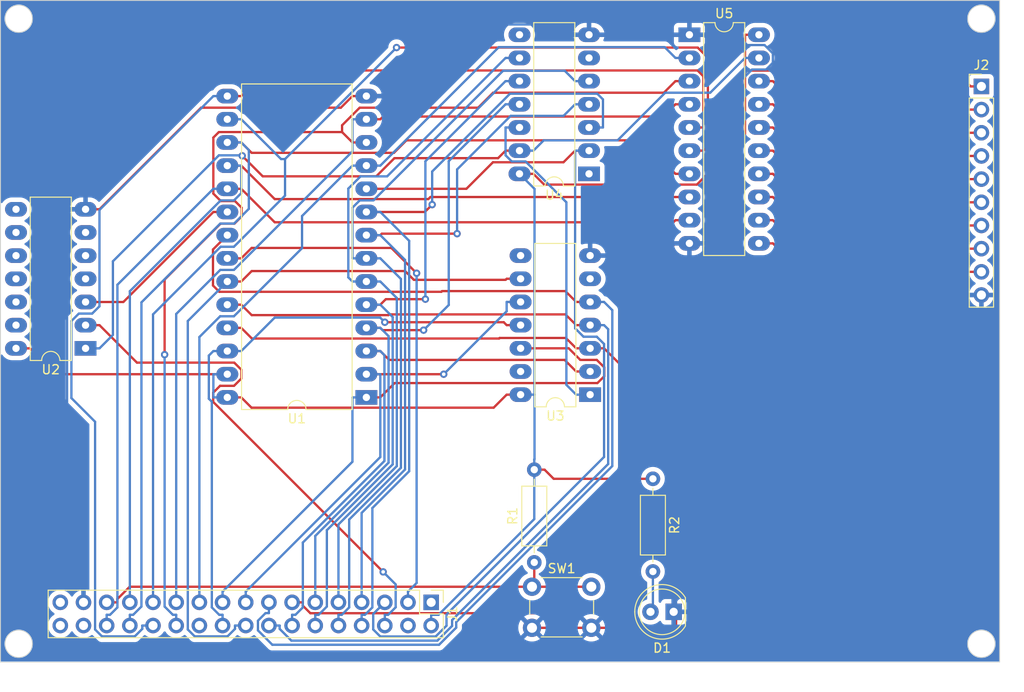
<source format=kicad_pcb>
(kicad_pcb (version 20221018) (generator pcbnew)
  (layers (0 "F.Cu" signal) (31 "B.Cu" signal) (34 "B.Paste" user) (35 "F.Paste" user) (36 "B.SilkS" user "B.Silkscreen") (37 "F.SilkS" user "F.Silkscreen") (38 "B.Mask" user) (39 "F.Mask" user) (44 "Edge.Cuts" user))
  (net 0 "")
  (net 2 "Net-(J1-Pin_2)")
  (net 3 "Net-(J1-Pin_3)")
  (net 5 "Net-(J1-Pin_5)")
  (net 6 "Net-(J1-Pin_6)")
  (net 7 "Net-(J1-Pin_7)")
  (net 8 "Net-(J1-Pin_8)")
  (net 9 "Net-(J1-Pin_9)")
  (net 10 "Net-(J1-Pin_10)")
  (net 11 "Net-(J1-Pin_11)")
  (net 12 "Net-(J1-Pin_12)")
  (net 13 "Net-(J1-Pin_13)")
  (net 14 "Net-(J1-Pin_14)")
  (net 15 "Net-(J1-Pin_15)")
  (net 16 "Net-(J1-Pin_16)")
  (net 17 "Net-(J1-Pin_17)")
  (net 18 "Net-(J1-Pin_18)")
  (net 19 "Net-(J1-Pin_19)")
  (net 20 "Net-(J1-Pin_20)")
  (net 21 "Net-(J1-Pin_21)")
  (net 23 "Net-(J1-Pin_23)")
  (net 24 "Net-(J1-Pin_24)")
  (net 25 "Net-(J1-Pin_25)")
  (net 26 "Net-(J1-Pin_26)")
  (net 27 "Net-(J1-Pin_27)")
  (net 28 "Net-(J1-Pin_28)")
  (net 29 "Net-(J1-Pin_30)")
  (net 33 "Net-(J2-Pin_2)")
  (net 34 "Net-(J2-Pin_3)")
  (net 35 "Net-(J2-Pin_4)")
  (net 36 "Net-(J2-Pin_5)")
  (net 37 "Net-(J2-Pin_6)")
  (net 38 "Net-(J2-Pin_7)")
  (net 39 "Net-(J2-Pin_8)")
  (net 40 "Net-(J2-Pin_9)")
  (net 41 "Net-(U1-{slash}CE)")
  (net 42 "Net-(U4-J)")
  (net 52 "Net-(U3-K)")
  (net 55 "Net-(D1-A)")
  (net 56 "Net-(J1-Pin_29)")
  (net 57 "GND")
  (footprint "Package_DIP:DIP-14_W7.62mm_LongPads" (layer "F.Cu") (at 179.12 118.7 180)
    (fp_text reference "U3")
    (fp_text value "4068")
  )
  (footprint "Connector_PinHeader_2.54mm:PinHeader_2x17_P2.54mm_Vertical" (layer "F.Cu") (at 161.7 141.46 -90)
    (fp_text reference "J1")
    (fp_text value "Conn_02x17_Odd_Even")
  )
  (footprint "Resistor_THT:R_Axial_DIN0207_L6.3mm_D2.5mm_P10.16mm_Horizontal" (layer "F.Cu") (at 186 127.92 -90)
    (fp_text reference "R2")
    (fp_text value "R")
  )
  (footprint "Resistor_THT:R_Axial_DIN0207_L6.3mm_D2.5mm_P10.16mm_Horizontal" (layer "F.Cu") (at 173 137.08 90)
    (fp_text reference "R1")
    (fp_text value "R")
  )
  (footprint "LED_THT:LED_D5.0mm" (layer "F.Cu") (at 188.275 142.5 180)
    (fp_text reference "D1")
    (fp_text value "LED")
  )
  (footprint "Package_DIP:DIP-14_W7.62mm_LongPads" (layer "F.Cu") (at 179 94.5 180)
    (fp_text reference "U4")
    (fp_text value "4068")
  )
  (footprint "Package_DIP:DIP-28_W15.24mm_LongPads" (layer "F.Cu") (at 154.6 119 180)
    (fp_text reference "U1")
    (fp_text value "~")
  )
  (footprint "Package_DIP:DIP-20_W7.62mm_LongPads" (layer "F.Cu") (at 190 79.26)
    (fp_text reference "U5")
    (fp_text value "74LS245")
  )
  (footprint "Package_DIP:DIP-14_W7.62mm_LongPads" (layer "F.Cu") (at 123.825 113.625 180)
    (fp_text reference "U2")
    (fp_text value "74HC00")
  )
  (footprint "Button_Switch_THT:SW_PUSH_6mm" (layer "F.Cu") (at 172.75 139.75)
    (fp_text reference "SW1")
    (fp_text value "SW_Push")
  )
  (footprint "Connector_PinHeader_2.54mm:PinHeader_1x10_P2.54mm_Vertical" (layer "F.Cu") (at 222 84.92)
    (fp_text reference "J2")
    (fp_text value "Conn_01x10")
  )
  (gr_circle (center 116.5 146) (end 116.5 147.5) (stroke (width 0.1)) (fill none) (layer "Edge.Cuts"))
  (gr_circle (center 222 77.5) (end 223.5 77.5) (stroke (width 0.1)) (fill none) (layer "Edge.Cuts"))
  (gr_rect (start 114.5 75.5) (end 224 148) (stroke (width 0.1)) (fill none) (layer "Edge.Cuts"))
  (gr_circle (center 116.5 77.5) (end 116.5 79) (stroke (width 0.1)) (fill none) (layer "Edge.Cuts"))
  (gr_circle (center 222 146) (end 222 147.5) (stroke (width 0.1)) (fill none) (layer "Edge.Cuts"))
  (segment (start 175.1269 127.92) (end 186 127.92) (width 0.25) (layer "F.Cu") (net 2))
  (segment (start 219.0887 83.1856) (end 220.8231 84.92) (width 0.25) (layer "F.Cu") (net 2))
  (segment (start 174.1269 126.92) (end 175.1269 127.92) (width 0.25) (layer "F.Cu") (net 2))
  (segment (start 116.205 113.625) (end 117.7319 113.625) (width 0.25) (layer "F.Cu") (net 2))
  (segment (start 172.9069 94.5) (end 174.0863 95.6794) (width 0.25) (layer "F.Cu") (net 2))
  (segment (start 190.8178 95.6794) (end 196.0931 90.4041) (width 0.25) (layer "F.Cu") (net 2))
  (segment (start 139.36 119) (end 140.8869 119) (width 0.25) (layer "F.Cu") (net 2))
  (segment (start 171.5 118.7) (end 169.9731 118.7) (width 0.25) (layer "F.Cu") (net 2))
  (segment (start 196.0931 90.4041) (end 196.0931 83.1856) (width 0.25) (layer "F.Cu") (net 2))
  (segment (start 222 84.92) (end 220.8231 84.92) (width 0.25) (layer "F.Cu") (net 2))
  (segment (start 142.0138 120.1269) (end 140.8869 119) (width 0.25) (layer "F.Cu") (net 2))
  (segment (start 171.38 94.5) (end 172.9069 94.5) (width 0.25) (layer "F.Cu") (net 2))
  (segment (start 168.5462 120.1269) (end 142.0138 120.1269) (width 0.25) (layer "F.Cu") (net 2))
  (segment (start 169.9731 118.7) (end 168.5462 120.1269) (width 0.25) (layer "F.Cu") (net 2))
  (segment (start 197.62 79.26) (end 196.0931 79.26) (width 0.25) (layer "F.Cu") (net 2))
  (segment (start 173 126.92) (end 174.1269 126.92) (width 0.25) (layer "F.Cu") (net 2))
  (segment (start 139.36 116.46) (end 120.5669 116.46) (width 0.25) (layer "F.Cu") (net 2))
  (segment (start 196.0931 83.1856) (end 196.0931 79.26) (width 0.25) (layer "F.Cu") (net 2))
  (segment (start 120.5669 116.46) (end 117.7319 113.625) (width 0.25) (layer "F.Cu") (net 2))
  (segment (start 174.0863 95.6794) (end 190.8178 95.6794) (width 0.25) (layer "F.Cu") (net 2))
  (segment (start 196.0931 83.1856) (end 219.0887 83.1856) (width 0.25) (layer "F.Cu") (net 2))
  (segment (start 139.36 116.46) (end 137.8331 116.46) (width 0.25) (layer "B.Cu") (net 2))
  (segment (start 173.0269 125.7662) (end 173.0269 118.7) (width 0.25) (layer "B.Cu") (net 2))
  (segment (start 139.36 119) (end 137.8331 119) (width 0.25) (layer "B.Cu") (net 2))
  (segment (start 137.8331 119) (end 137.8331 116.46) (width 0.25) (layer "B.Cu") (net 2))
  (segment (start 161.7 144) (end 161.7 142.8231) (width 0.25) (layer "B.Cu") (net 2))
  (segment (start 171.38 94.5) (end 173.0269 96.1469) (width 0.25) (layer "B.Cu") (net 2))
  (segment (start 173 126.92) (end 173 125.7931) (width 0.25) (layer "B.Cu") (net 2))
  (segment (start 173 132.3322) (end 173 126.92) (width 0.25) (layer "B.Cu") (net 2))
  (segment (start 173 125.7931) (end 173.0269 125.7662) (width 0.25) (layer "B.Cu") (net 2))
  (segment (start 171.5 118.7) (end 173.0269 118.7) (width 0.25) (layer "B.Cu") (net 2))
  (segment (start 162.5091 142.8231) (end 173 132.3322) (width 0.25) (layer "B.Cu") (net 2))
  (segment (start 173.0269 96.1469) (end 173.0269 118.7) (width 0.25) (layer "B.Cu") (net 2))
  (segment (start 161.7 142.8231) (end 162.5091 142.8231) (width 0.25) (layer "B.Cu") (net 2))
  (segment (start 157.3352 102.6207) (end 160.1057 105.3912) (width 0.25) (layer "F.Cu") (net 3))
  (segment (start 139.36 103.76) (end 140.8869 103.76) (width 0.25) (layer "F.Cu") (net 3))
  (segment (start 140.8869 103.76) (end 142.0262 102.6207) (width 0.25) (layer "F.Cu") (net 3))
  (segment (start 142.0262 102.6207) (end 157.3352 102.6207) (width 0.25) (layer "F.Cu") (net 3))
  (via (at 160.1057 105.3912) (size 0.8) (drill 0.4) (layers "F.Cu" "B.Cu") (net 3))
  (segment (start 160.1057 139.3374) (end 159.16 140.2831) (width 0.25) (layer "B.Cu") (net 3))
  (segment (start 160.1057 105.3912) (end 160.1057 139.3374) (width 0.25) (layer "B.Cu") (net 3))
  (segment (start 159.16 141.46) (end 159.16 140.2831) (width 0.25) (layer "B.Cu") (net 3))
  (segment (start 165.5608 96.14) (end 168.4678 93.233) (width 0.25) (layer "F.Cu") (net 5))
  (segment (start 176.2001 93.233) (end 177.4731 91.96) (width 0.25) (layer "F.Cu") (net 5))
  (segment (start 154.6 96.14) (end 165.5608 96.14) (width 0.25) (layer "F.Cu") (net 5))
  (segment (start 168.4678 93.233) (end 176.2001 93.233) (width 0.25) (layer "F.Cu") (net 5))
  (segment (start 179 91.96) (end 177.4731 91.96) (width 0.25) (layer "F.Cu") (net 5))
  (segment (start 163.3827 142.79) (end 180.6469 125.5258) (width 0.25) (layer "B.Cu") (net 5))
  (segment (start 156.62 141.46) (end 155.35 142.73) (width 0.25) (layer "B.Cu") (net 5))
  (segment (start 155.35 144.4304) (end 156.1228 145.2032) (width 0.25) (layer "B.Cu") (net 5))
  (segment (start 179.8504 112.35) (end 178.3955 112.35) (width 0.25) (layer "B.Cu") (net 5))
  (segment (start 179 91.96) (end 177.4731 91.96) (width 0.25) (layer "B.Cu") (net 5))
  (segment (start 156.1228 145.2032) (end 162.1936 145.2032) (width 0.25) (layer "B.Cu") (net 5))
  (segment (start 180.6469 113.1465) (end 179.8504 112.35) (width 0.25) (layer "B.Cu") (net 5))
  (segment (start 178.3955 112.35) (end 177.4731 111.4276) (width 0.25) (layer "B.Cu") (net 5))
  (segment (start 177.4731 111.4276) (end 177.4731 91.96) (width 0.25) (layer "B.Cu") (net 5))
  (segment (start 155.35 142.73) (end 155.35 144.4304) (width 0.25) (layer "B.Cu") (net 5))
  (segment (start 162.1936 145.2032) (end 163.3827 144.0141) (width 0.25) (layer "B.Cu") (net 5))
  (segment (start 163.3827 144.0141) (end 163.3827 142.79) (width 0.25) (layer "B.Cu") (net 5))
  (segment (start 180.6469 125.5258) (end 180.6469 113.1465) (width 0.25) (layer "B.Cu") (net 5))
  (segment (start 129.4569 115.19) (end 140.1217 115.19) (width 0.25) (layer "F.Cu") (net 6))
  (segment (start 125.3519 111.085) (end 129.4569 115.19) (width 0.25) (layer "F.Cu") (net 6))
  (segment (start 123.825 111.085) (end 125.3519 111.085) (width 0.25) (layer "F.Cu") (net 6))
  (segment (start 140.1217 115.19) (end 140.9022 115.9705) (width 0.25) (layer "F.Cu") (net 6))
  (segment (start 140.9022 115.9705) (end 140.9022 116.9282) (width 0.25) (layer "F.Cu") (net 6))
  (segment (start 137.814 119.4975) (end 156.4394 138.1229) (width 0.25) (layer "F.Cu") (net 6))
  (segment (start 140.9022 116.9282) (end 140.1004 117.73) (width 0.25) (layer "F.Cu") (net 6))
  (segment (start 138.567 117.73) (end 137.814 118.483) (width 0.25) (layer "F.Cu") (net 6))
  (segment (start 140.1004 117.73) (end 138.567 117.73) (width 0.25) (layer "F.Cu") (net 6))
  (segment (start 137.814 118.483) (end 137.814 119.4975) (width 0.25) (layer "F.Cu") (net 6))
  (via (at 156.4394 138.1229) (size 0.8) (drill 0.4) (layers "F.Cu" "B.Cu") (net 6))
  (segment (start 156.62 142.8231) (end 156.9878 142.8231) (width 0.25) (layer "B.Cu") (net 6))
  (segment (start 157.8106 139.4941) (end 156.4394 138.1229) (width 0.25) (layer "B.Cu") (net 6))
  (segment (start 156.62 144) (end 156.62 142.8231) (width 0.25) (layer "B.Cu") (net 6))
  (segment (start 156.9878 142.8231) (end 157.8106 142.0003) (width 0.25) (layer "B.Cu") (net 6))
  (segment (start 157.8106 142.0003) (end 157.8106 139.4941) (width 0.25) (layer "B.Cu") (net 6))
  (segment (start 156.2894 101.0575) (end 156.1269 101.22) (width 0.25) (layer "F.Cu") (net 7))
  (segment (start 164.5422 101.0575) (end 156.2894 101.0575) (width 0.25) (layer "F.Cu") (net 7))
  (segment (start 154.6 101.22) (end 156.1269 101.22) (width 0.25) (layer "F.Cu") (net 7))
  (via (at 164.5422 101.0575) (size 0.8) (drill 0.4) (layers "F.Cu" "B.Cu") (net 7))
  (segment (start 177.4731 86.88) (end 176.2031 88.15) (width 0.25) (layer "B.Cu") (net 7))
  (segment (start 155.0335 101.22) (end 154.6 101.22) (width 0.25) (layer "B.Cu") (net 7))
  (segment (start 154.08 141.46) (end 154.08 140.2831) (width 0.25) (layer "B.Cu") (net 7))
  (segment (start 164.5422 94.0164) (end 164.5422 101.0575) (width 0.25) (layer "B.Cu") (net 7))
  (segment (start 170.4086 88.15) (end 164.5422 94.0164) (width 0.25) (layer "B.Cu") (net 7))
  (segment (start 154.08 131.6593) (end 154.08 140.2831) (width 0.25) (layer "B.Cu") (net 7))
  (segment (start 158.8386 103.9317) (end 158.8386 126.9007) (width 0.25) (layer "B.Cu") (net 7))
  (segment (start 155.0335 101.22) (end 156.1269 101.22) (width 0.25) (layer "B.Cu") (net 7))
  (segment (start 176.2031 88.15) (end 170.4086 88.15) (width 0.25) (layer "B.Cu") (net 7))
  (segment (start 156.1269 101.22) (end 158.8386 103.9317) (width 0.25) (layer "B.Cu") (net 7))
  (segment (start 179 86.88) (end 177.4731 86.88) (width 0.25) (layer "B.Cu") (net 7))
  (segment (start 158.8386 126.9007) (end 154.08 131.6593) (width 0.25) (layer "B.Cu") (net 7))
  (segment (start 161.0043 98.68) (end 161.81 97.8743) (width 0.25) (layer "F.Cu") (net 8))
  (segment (start 154.6 98.68) (end 161.0043 98.68) (width 0.25) (layer "F.Cu") (net 8))
  (via (at 161.81 97.8743) (size 0.8) (drill 0.4) (layers "F.Cu" "B.Cu") (net 8))
  (segment (start 159.2905 101.8436) (end 159.2905 127.0901) (width 0.25) (layer "B.Cu") (net 8))
  (segment (start 180.5269 86.344) (end 180.5269 89.42) (width 0.25) (layer "B.Cu") (net 8))
  (segment (start 170.3387 85.7185) (end 179.9014 85.7185) (width 0.25) (layer "B.Cu") (net 8))
  (segment (start 179 89.42) (end 180.5269 89.42) (width 0.25) (layer "B.Cu") (net 8))
  (segment (start 159.2905 127.0901) (end 155.2569 131.1237) (width 0.25) (layer "B.Cu") (net 8))
  (segment (start 154.4479 142.8231) (end 154.08 142.8231) (width 0.25) (layer "B.Cu") (net 8))
  (segment (start 154.08 144) (end 154.08 142.8231) (width 0.25) (layer "B.Cu") (net 8))
  (segment (start 161.81 94.2472) (end 170.3387 85.7185) (width 0.25) (layer "B.Cu") (net 8))
  (segment (start 179.9014 85.7185) (end 180.5269 86.344) (width 0.25) (layer "B.Cu") (net 8))
  (segment (start 155.2569 131.1237) (end 155.2569 142.0141) (width 0.25) (layer "B.Cu") (net 8))
  (segment (start 154.6 98.68) (end 156.1269 98.68) (width 0.25) (layer "B.Cu") (net 8))
  (segment (start 156.1269 98.68) (end 159.2905 101.8436) (width 0.25) (layer "B.Cu") (net 8))
  (segment (start 161.81 97.8743) (end 161.81 94.2472) (width 0.25) (layer "B.Cu") (net 8))
  (segment (start 155.2569 142.0141) (end 154.4479 142.8231) (width 0.25) (layer "B.Cu") (net 8))
  (segment (start 153.9645 94.7767) (end 156.8764 94.7767) (width 0.25) (layer "B.Cu") (net 9))
  (segment (start 157.9348 126.5263) (end 151.54 132.9211) (width 0.25) (layer "B.Cu") (net 9))
  (segment (start 154.6 106.3) (end 156.1269 106.3) (width 0.25) (layer "B.Cu") (net 9))
  (segment (start 154.6 106.3) (end 153.0731 106.3) (width 0.25) (layer "B.Cu") (net 9))
  (segment (start 156.1269 106.3) (end 157.9348 108.1079) (width 0.25) (layer "B.Cu") (net 9))
  (segment (start 157.9348 108.1079) (end 157.9348 126.5263) (width 0.25) (layer "B.Cu") (net 9))
  (segment (start 171.38 81.8) (end 169.8531 81.8) (width 0.25) (layer "B.Cu") (net 9))
  (segment (start 156.8764 94.7767) (end 169.8531 81.8) (width 0.25) (layer "B.Cu") (net 9))
  (segment (start 153.0731 106.3) (end 152.6212 105.8481) (width 0.25) (layer "B.Cu") (net 9))
  (segment (start 151.54 132.9211) (end 151.54 141.46) (width 0.25) (layer "B.Cu") (net 9))
  (segment (start 152.6212 105.8481) (end 152.6212 96.12) (width 0.25) (layer "B.Cu") (net 9))
  (segment (start 152.6212 96.12) (end 153.9645 94.7767) (width 0.25) (layer "B.Cu") (net 9))
  (segment (start 176.3365 83.2034) (end 169.5805 83.2034) (width 0.25) (layer "B.Cu") (net 10))
  (segment (start 154.6 103.76) (end 156.1269 103.76) (width 0.25) (layer "B.Cu") (net 10))
  (segment (start 154.6 103.76) (end 153.0731 103.76) (width 0.25) (layer "B.Cu") (net 10))
  (segment (start 158.3867 106.0198) (end 158.3867 126.7135) (width 0.25) (layer "B.Cu") (net 10))
  (segment (start 151.9079 142.8231) (end 151.54 142.8231) (width 0.25) (layer "B.Cu") (net 10))
  (segment (start 153.0731 98.2065) (end 153.0731 103.76) (width 0.25) (layer "B.Cu") (net 10))
  (segment (start 155.3739 97.41) (end 153.8696 97.41) (width 0.25) (layer "B.Cu") (net 10))
  (segment (start 179 84.34) (end 177.4731 84.34) (width 0.25) (layer "B.Cu") (net 10))
  (segment (start 152.7169 132.3833) (end 152.7169 142.0141) (width 0.25) (layer "B.Cu") (net 10))
  (segment (start 156.1269 103.76) (end 158.3867 106.0198) (width 0.25) (layer "B.Cu") (net 10))
  (segment (start 158.3867 126.7135) (end 152.7169 132.3833) (width 0.25) (layer "B.Cu") (net 10))
  (segment (start 152.7169 142.0141) (end 151.9079 142.8231) (width 0.25) (layer "B.Cu") (net 10))
  (segment (start 169.5805 83.2034) (end 155.3739 97.41) (width 0.25) (layer "B.Cu") (net 10))
  (segment (start 153.8696 97.41) (end 153.0731 98.2065) (width 0.25) (layer "B.Cu") (net 10))
  (segment (start 177.4731 84.34) (end 176.3365 83.2034) (width 0.25) (layer "B.Cu") (net 10))
  (segment (start 151.54 144) (end 151.54 142.8231) (width 0.25) (layer "B.Cu") (net 10))
  (segment (start 156.3761 111.6292) (end 160.8721 111.6292) (width 0.25) (layer "F.Cu") (net 11))
  (segment (start 154.6 111.38) (end 156.1269 111.38) (width 0.25) (layer "F.Cu") (net 11))
  (segment (start 156.1269 111.38) (end 156.3761 111.6292) (width 0.25) (layer "F.Cu") (net 11))
  (via (at 160.8721 111.6292) (size 0.8) (drill 0.4) (layers "F.Cu" "B.Cu") (net 11))
  (segment (start 157.031 126.1519) (end 149 134.1829) (width 0.25) (layer "B.Cu") (net 11))
  (segment (start 163.6266 93.1065) (end 163.6266 108.8747) (width 0.25) (layer "B.Cu") (net 11))
  (segment (start 171.38 86.88) (end 169.8531 86.88) (width 0.25) (layer "B.Cu") (net 11))
  (segment (start 169.8531 86.88) (end 163.6266 93.1065) (width 0.25) (layer "B.Cu") (net 11))
  (segment (start 156.1269 111.38) (end 157.031 112.2841) (width 0.25) (layer "B.Cu") (net 11))
  (segment (start 149 134.1829) (end 149 141.46) (width 0.25) (layer "B.Cu") (net 11))
  (segment (start 154.6 111.38) (end 156.1269 111.38) (width 0.25) (layer "B.Cu") (net 11))
  (segment (start 157.031 112.2841) (end 157.031 126.1519) (width 0.25) (layer "B.Cu") (net 11))
  (segment (start 163.6266 108.8747) (end 160.8721 111.6292) (width 0.25) (layer "B.Cu") (net 11))
  (segment (start 154.6 108.84) (end 156.1269 108.84) (width 0.25) (layer "F.Cu") (net 12))
  (segment (start 156.1269 108.84) (end 156.7297 108.2372) (width 0.25) (layer "F.Cu") (net 12))
  (segment (start 156.7297 108.2372) (end 161.0677 108.2372) (width 0.25) (layer "F.Cu") (net 12))
  (via (at 161.0677 108.2372) (size 0.8) (drill 0.4) (layers "F.Cu" "B.Cu") (net 12))
  (segment (start 157.4829 126.3391) (end 150.27 133.552) (width 0.25) (layer "B.Cu") (net 12))
  (segment (start 171.38 84.34) (end 169.8531 84.34) (width 0.25) (layer "B.Cu") (net 12))
  (segment (start 157.4829 110.196) (end 157.4829 126.3391) (width 0.25) (layer "B.Cu") (net 12))
  (segment (start 150.27 141.9189) (end 149.3658 142.8231) (width 0.25) (layer "B.Cu") (net 12))
  (segment (start 154.6 108.84) (end 156.1269 108.84) (width 0.25) (layer "B.Cu") (net 12))
  (segment (start 149 144) (end 149 142.8231) (width 0.25) (layer "B.Cu") (net 12))
  (segment (start 149.3658 142.8231) (end 149 142.8231) (width 0.25) (layer "B.Cu") (net 12))
  (segment (start 150.27 133.552) (end 150.27 141.9189) (width 0.25) (layer "B.Cu") (net 12))
  (segment (start 169.8531 84.34) (end 161.0677 93.1254) (width 0.25) (layer "B.Cu") (net 12))
  (segment (start 161.0677 93.1254) (end 161.0677 108.2372) (width 0.25) (layer "B.Cu") (net 12))
  (segment (start 156.1269 108.84) (end 157.4829 110.196) (width 0.25) (layer "B.Cu") (net 12))
  (segment (start 178.8494 142.6506) (end 190.1395 131.3605) (width 0.25) (layer "F.Cu") (net 13))
  (segment (start 139.36 111.38) (end 140.8869 111.38) (width 0.25) (layer "F.Cu") (net 13))
  (segment (start 142.0553 112.5484) (end 140.8869 111.38) (width 0.25) (layer "F.Cu") (net 13))
  (segment (start 146.46 141.46) (end 147.6369 141.46) (width 0.25) (layer "F.Cu") (net 13))
  (segment (start 176.4593 112.4862) (end 169.2038 112.4862) (width 0.25) (layer "F.Cu") (net 13))
  (segment (start 147.6369 141.8278) (end 148.4597 142.6506) (width 0.25) (layer "F.Cu") (net 13))
  (segment (start 179.12 113.62) (end 177.5931 113.62) (width 0.25) (layer "F.Cu") (net 13))
  (segment (start 177.5931 113.62) (end 176.4593 112.4862) (width 0.25) (layer "F.Cu") (net 13))
  (segment (start 169.1416 112.5484) (end 142.0553 112.5484) (width 0.25) (layer "F.Cu") (net 13))
  (segment (start 148.4597 142.6506) (end 178.8494 142.6506) (width 0.25) (layer "F.Cu") (net 13))
  (segment (start 180.6469 113.62) (end 179.12 113.62) (width 0.25) (layer "F.Cu") (net 13))
  (segment (start 147.6369 141.46) (end 147.6369 141.8278) (width 0.25) (layer "F.Cu") (net 13))
  (segment (start 190.1395 131.3605) (end 190.1395 123.1126) (width 0.25) (layer "F.Cu") (net 13))
  (segment (start 190.1395 123.1126) (end 180.6469 113.62) (width 0.25) (layer "F.Cu") (net 13))
  (segment (start 169.2038 112.4862) (end 169.1416 112.5484) (width 0.25) (layer "F.Cu") (net 13))
  (segment (start 156.1269 113.92) (end 157.0999 114.893) (width 0.25) (layer "F.Cu") (net 14))
  (segment (start 176.3261 114.893) (end 177.5931 116.16) (width 0.25) (layer "F.Cu") (net 14))
  (segment (start 179.12 116.16) (end 177.5931 116.16) (width 0.25) (layer "F.Cu") (net 14))
  (segment (start 154.6 113.92) (end 156.1269 113.92) (width 0.25) (layer "F.Cu") (net 14))
  (segment (start 157.0999 114.893) (end 176.3261 114.893) (width 0.25) (layer "F.Cu") (net 14))
  (segment (start 146.8279 142.8231) (end 146.46 142.8231) (width 0.25) (layer "B.Cu") (net 14))
  (segment (start 146.46 144) (end 146.46 142.8231) (width 0.25) (layer "B.Cu") (net 14))
  (segment (start 156.5791 125.9647) (end 147.6369 134.9069) (width 0.25) (layer "B.Cu") (net 14))
  (segment (start 147.6369 142.0141) (end 146.8279 142.8231) (width 0.25) (layer "B.Cu") (net 14))
  (segment (start 147.6369 134.9069) (end 147.6369 142.0141) (width 0.25) (layer "B.Cu") (net 14))
  (segment (start 156.5791 114.3722) (end 156.5791 125.9647) (width 0.25) (layer "B.Cu") (net 14))
  (segment (start 156.1269 113.92) (end 156.5791 114.3722) (width 0.25) (layer "B.Cu") (net 14))
  (segment (start 154.6 113.92) (end 156.1269 113.92) (width 0.25) (layer "B.Cu") (net 14))
  (segment (start 137.7906 106.737) (end 138.4805 107.4269) (width 0.25) (layer "F.Cu") (net 15))
  (segment (start 137.7906 102.7894) (end 137.7906 106.737) (width 0.25) (layer "F.Cu") (net 15))
  (segment (start 176.4016 107.3485) (end 177.5931 108.54) (width 0.25) (layer "F.Cu") (net 15))
  (segment (start 179.12 108.54) (end 177.5931 108.54) (width 0.25) (layer "F.Cu") (net 15))
  (segment (start 162.8178 107.4269) (end 162.8962 107.3485) (width 0.25) (layer "F.Cu") (net 15))
  (segment (start 139.36 101.22) (end 137.7906 102.7894) (width 0.25) (layer "F.Cu") (net 15))
  (segment (start 162.8962 107.3485) (end 176.4016 107.3485) (width 0.25) (layer "F.Cu") (net 15))
  (segment (start 138.4805 107.4269) (end 162.8178 107.4269) (width 0.25) (layer "F.Cu") (net 15))
  (segment (start 142.7182 144.5316) (end 144.2936 146.107) (width 0.25) (layer "B.Cu") (net 15))
  (segment (start 143.5522 142.6369) (end 142.7182 143.4709) (width 0.25) (layer "B.Cu") (net 15))
  (segment (start 164.4458 144.2292) (end 164.4458 143.6245) (width 0.25) (layer "B.Cu") (net 15))
  (segment (start 181.5507 126.5196) (end 181.5507 109.4438) (width 0.25) (layer "B.Cu") (net 15))
  (segment (start 143.92 141.46) (end 143.92 142.6369) (width 0.25) (layer "B.Cu") (net 15))
  (segment (start 181.5507 109.4438) (end 180.6469 108.54) (width 0.25) (layer "B.Cu") (net 15))
  (segment (start 164.4458 143.6245) (end 181.5507 126.5196) (width 0.25) (layer "B.Cu") (net 15))
  (segment (start 142.7182 143.4709) (end 142.7182 144.5316) (width 0.25) (layer "B.Cu") (net 15))
  (segment (start 179.12 108.54) (end 180.6469 108.54) (width 0.25) (layer "B.Cu") (net 15))
  (segment (start 162.568 146.107) (end 164.4458 144.2292) (width 0.25) (layer "B.Cu") (net 15))
  (segment (start 143.92 142.6369) (end 143.5522 142.6369) (width 0.25) (layer "B.Cu") (net 15))
  (segment (start 144.2936 146.107) (end 162.568 146.107) (width 0.25) (layer "B.Cu") (net 15))
  (segment (start 139.36 108.84) (end 140.8869 108.84) (width 0.25) (layer "F.Cu") (net 16))
  (segment (start 179.12 111.08) (end 177.5931 111.08) (width 0.25) (layer "F.Cu") (net 16))
  (segment (start 176.417 109.9039) (end 157.0982 109.9039) (width 0.25) (layer "F.Cu") (net 16))
  (segment (start 157.0982 109.9039) (end 157.019 109.9831) (width 0.25) (layer "F.Cu") (net 16))
  (segment (start 157.019 109.9831) (end 142.03 109.9831) (width 0.25) (layer "F.Cu") (net 16))
  (segment (start 177.5931 111.08) (end 176.417 109.9039) (width 0.25) (layer "F.Cu") (net 16))
  (segment (start 142.03 109.9831) (end 140.8869 108.84) (width 0.25) (layer "F.Cu") (net 16))
  (segment (start 163.9939 143.4029) (end 181.0988 126.298) (width 0.25) (layer "B.Cu") (net 16))
  (segment (start 179.12 111.08) (end 180.6469 111.08) (width 0.25) (layer "B.Cu") (net 16))
  (segment (start 145.0969 144) (end 145.0969 144.3678) (width 0.25) (layer "B.Cu") (net 16))
  (segment (start 163.9939 144.042) (end 163.9939 143.4029) (width 0.25) (layer "B.Cu") (net 16))
  (segment (start 145.0969 144.3678) (end 146.3842 145.6551) (width 0.25) (layer "B.Cu") (net 16))
  (segment (start 181.0988 111.5319) (end 180.6469 111.08) (width 0.25) (layer "B.Cu") (net 16))
  (segment (start 162.3808 145.6551) (end 163.9939 144.042) (width 0.25) (layer "B.Cu") (net 16))
  (segment (start 181.0988 126.298) (end 181.0988 111.5319) (width 0.25) (layer "B.Cu") (net 16))
  (segment (start 143.92 144) (end 145.0969 144) (width 0.25) (layer "B.Cu") (net 16))
  (segment (start 146.3842 145.6551) (end 162.3808 145.6551) (width 0.25) (layer "B.Cu") (net 16))
  (segment (start 154.6 116.46) (end 163.0753 116.46) (width 0.25) (layer "F.Cu") (net 17))
  (via (at 163.0753 116.46) (size 0.8) (drill 0.4) (layers "F.Cu" "B.Cu") (net 17))
  (segment (start 171.5 108.54) (end 169.9731 108.54) (width 0.25) (layer "B.Cu") (net 17))
  (segment (start 141.38 141.46) (end 141.38 140.2831) (width 0.25) (layer "B.Cu") (net 17))
  (segment (start 154.6 116.46) (end 156.1269 116.46) (width 0.25) (layer "B.Cu") (net 17))
  (segment (start 141.38 140.2831) (end 156.1269 125.5362) (width 0.25) (layer "B.Cu") (net 17))
  (segment (start 169.9731 109.5622) (end 163.0753 116.46) (width 0.25) (layer "B.Cu") (net 17))
  (segment (start 156.1269 125.5362) (end 156.1269 116.46) (width 0.25) (layer "B.Cu") (net 17))
  (segment (start 169.9731 108.54) (end 169.9731 109.5622) (width 0.25) (layer "B.Cu") (net 17))
  (segment (start 139.36 106.3) (end 140.8869 106.3) (width 0.25) (layer "F.Cu") (net 18))
  (segment (start 140.8869 106.3) (end 142.0341 105.1528) (width 0.25) (layer "F.Cu") (net 18))
  (segment (start 159.8047 106.1181) (end 169.855 106.1181) (width 0.25) (layer "F.Cu") (net 18))
  (segment (start 171.5 106) (end 169.9731 106) (width 0.25) (layer "F.Cu") (net 18))
  (segment (start 142.0341 105.1528) (end 158.8394 105.1528) (width 0.25) (layer "F.Cu") (net 18))
  (segment (start 158.8394 105.1528) (end 159.8047 106.1181) (width 0.25) (layer "F.Cu") (net 18))
  (segment (start 169.855 106.1181) (end 169.9731 106) (width 0.25) (layer "F.Cu") (net 18))
  (segment (start 140.2031 144) (end 140.2031 144.3678) (width 0.25) (layer "B.Cu") (net 18))
  (segment (start 139.381 145.1899) (end 135.7863 145.1899) (width 0.25) (layer "B.Cu") (net 18))
  (segment (start 135.03 144.4336) (end 135.03 110.63) (width 0.25) (layer "B.Cu") (net 18))
  (segment (start 135.03 110.63) (end 139.36 106.3) (width 0.25) (layer "B.Cu") (net 18))
  (segment (start 140.2031 144.3678) (end 139.381 145.1899) (width 0.25) (layer "B.Cu") (net 18))
  (segment (start 135.7863 145.1899) (end 135.03 144.4336) (width 0.25) (layer "B.Cu") (net 18))
  (segment (start 141.38 144) (end 140.2031 144) (width 0.25) (layer "B.Cu") (net 18))
  (segment (start 176.7735 113.62) (end 178.045 114.8915) (width 0.25) (layer "F.Cu") (net 19))
  (segment (start 180.6781 116.6707) (end 179.9188 117.43) (width 0.25) (layer "F.Cu") (net 19))
  (segment (start 179.9188 117.43) (end 157.6969 117.43) (width 0.25) (layer "F.Cu") (net 19))
  (segment (start 154.6 119) (end 156.1269 119) (width 0.25) (layer "F.Cu") (net 19))
  (segment (start 157.6969 117.43) (end 156.1269 119) (width 0.25) (layer "F.Cu") (net 19))
  (segment (start 178.045 114.8915) (end 179.8528 114.8915) (width 0.25) (layer "F.Cu") (net 19))
  (segment (start 171.5 113.62) (end 176.7735 113.62) (width 0.25) (layer "F.Cu") (net 19))
  (segment (start 179.8528 114.8915) (end 180.6781 115.7168) (width 0.25) (layer "F.Cu") (net 19))
  (segment (start 180.6781 115.7168) (end 180.6781 116.6707) (width 0.25) (layer "F.Cu") (net 19))
  (segment (start 138.84 141.46) (end 138.84 140.2831) (width 0.25) (layer "B.Cu") (net 19))
  (segment (start 154.6 119) (end 153.0731 119) (width 0.25) (layer "B.Cu") (net 19))
  (segment (start 138.84 140.2831) (end 153.0731 126.05) (width 0.25) (layer "B.Cu") (net 19))
  (segment (start 153.0731 126.05) (end 153.0731 119) (width 0.25) (layer "B.Cu") (net 19))
  (segment (start 169.9731 111.08) (end 169.6555 110.7624) (width 0.25) (layer "F.Cu") (net 20))
  (segment (start 169.6555 110.7624) (end 156.6209 110.7624) (width 0.25) (layer "F.Cu") (net 20))
  (segment (start 171.5 111.08) (end 169.9731 111.08) (width 0.25) (layer "F.Cu") (net 20))
  (via (at 156.6209 110.7624) (size 0.8) (drill 0.4) (layers "F.Cu" "B.Cu") (net 20))
  (segment (start 138.84 142.8231) (end 138.4721 142.8231) (width 0.25) (layer "B.Cu") (net 20))
  (segment (start 137.6631 142.0141) (end 137.6631 119.4691) (width 0.25) (layer "B.Cu") (net 20))
  (segment (start 138.84 144) (end 138.84 142.8231) (width 0.25) (layer "B.Cu") (net 20))
  (segment (start 139.36 113.92) (end 140.8869 113.92) (width 0.25) (layer "B.Cu") (net 20))
  (segment (start 156.1116 110.2531) (end 156.6209 110.7624) (width 0.25) (layer "B.Cu") (net 20))
  (segment (start 140.8869 113.92) (end 144.5538 110.2531) (width 0.25) (layer "B.Cu") (net 20))
  (segment (start 138.4721 142.8231) (end 137.6631 142.0141) (width 0.25) (layer "B.Cu") (net 20))
  (segment (start 137.3358 119.1418) (end 137.3358 114.4173) (width 0.25) (layer "B.Cu") (net 20))
  (segment (start 144.5538 110.2531) (end 156.1116 110.2531) (width 0.25) (layer "B.Cu") (net 20))
  (segment (start 137.3358 114.4173) (end 137.8331 113.92) (width 0.25) (layer "B.Cu") (net 20))
  (segment (start 137.6631 119.4691) (end 137.3358 119.1418) (width 0.25) (layer "B.Cu") (net 20))
  (segment (start 139.36 113.92) (end 137.8331 113.92) (width 0.25) (layer "B.Cu") (net 20))
  (segment (start 138.5734 110.11) (end 140.0843 110.11) (width 0.25) (layer "B.Cu") (net 21))
  (segment (start 190 81.8) (end 188.4731 81.8) (width 0.25) (layer "B.Cu") (net 21))
  (segment (start 140.0843 110.11) (end 147.5503 102.644) (width 0.25) (layer "B.Cu") (net 21))
  (segment (start 147.5503 102.644) (end 147.5503 99.1228) (width 0.25) (layer "B.Cu") (net 21))
  (segment (start 154.6 93.6) (end 156.1269 93.6) (width 0.25) (layer "B.Cu") (net 21))
  (segment (start 136.3 140.2831) (end 136.3 112.3834) (width 0.25) (layer "B.Cu") (net 21))
  (segment (start 169.1135 80.6134) (end 156.1269 93.6) (width 0.25) (layer "B.Cu") (net 21))
  (segment (start 154.6 93.6) (end 153.0731 93.6) (width 0.25) (layer "B.Cu") (net 21))
  (segment (start 187.2865 80.6134) (end 169.1135 80.6134) (width 0.25) (layer "B.Cu") (net 21))
  (segment (start 136.3 112.3834) (end 138.5734 110.11) (width 0.25) (layer "B.Cu") (net 21))
  (segment (start 136.3 141.46) (end 136.3 140.2831) (width 0.25) (layer "B.Cu") (net 21))
  (segment (start 188.4731 81.8) (end 187.2865 80.6134) (width 0.25) (layer "B.Cu") (net 21))
  (segment (start 147.5503 99.1228) (end 153.0731 93.6) (width 0.25) (layer "B.Cu") (net 21))
  (segment (start 154.6 88.52) (end 156.1269 88.52) (width 0.25) (layer "F.Cu") (net 23))
  (segment (start 156.1269 88.52) (end 156.4245 88.2224) (width 0.25) (layer "F.Cu") (net 23))
  (segment (start 190 86.88) (end 188.4731 86.88) (width 0.25) (layer "F.Cu") (net 23))
  (segment (start 187.1307 88.2224) (end 188.4731 86.88) (width 0.25) (layer "F.Cu") (net 23))
  (segment (start 156.4245 88.2224) (end 187.1307 88.2224) (width 0.25) (layer "F.Cu") (net 23))
  (segment (start 133.76 109.8575) (end 138.5875 105.03) (width 0.25) (layer "B.Cu") (net 23))
  (segment (start 154.6 88.52) (end 153.0731 88.52) (width 0.25) (layer "B.Cu") (net 23))
  (segment (start 133.76 141.46) (end 133.76 109.8575) (width 0.25) (layer "B.Cu") (net 23))
  (segment (start 140.0866 105.03) (end 153.0731 92.0435) (width 0.25) (layer "B.Cu") (net 23))
  (segment (start 138.5875 105.03) (end 140.0866 105.03) (width 0.25) (layer "B.Cu") (net 23))
  (segment (start 153.0731 92.0435) (end 153.0731 88.52) (width 0.25) (layer "B.Cu") (net 23))
  (segment (start 168.4898 85.61) (end 187.2031 85.61) (width 0.25) (layer "F.Cu") (net 24))
  (segment (start 187.2031 85.61) (end 188.4731 84.34) (width 0.25) (layer "F.Cu") (net 24))
  (segment (start 151.9366 89.9235) (end 153.0731 91.06) (width 0.25) (layer "F.Cu") (net 24))
  (segment (start 153.8651 87.2515) (end 166.8483 87.2515) (width 0.25) (layer "F.Cu") (net 24))
  (segment (start 140.2011 97.4839) (end 138.6481 97.4839) (width 0.25) (layer "F.Cu") (net 24))
  (segment (start 140.9336 98.2164) (end 140.2011 97.4839) (width 0.25) (layer "F.Cu") (net 24))
  (segment (start 154.6 91.06) (end 153.0731 91.06) (width 0.25) (layer "F.Cu") (net 24))
  (segment (start 140.1529 99.95) (end 140.9336 99.1693) (width 0.25) (layer "F.Cu") (net 24))
  (segment (start 137.8296 96.6654) (end 137.8296 90.5269) (width 0.25) (layer "F.Cu") (net 24))
  (segment (start 137.8296 90.5269) (end 138.433 89.9235) (width 0.25) (layer "F.Cu") (net 24))
  (segment (start 151.9366 89.9235) (end 151.9366 89.18) (width 0.25) (layer "F.Cu") (net 24))
  (segment (start 132.49 106.0911) (end 138.6311 99.95) (width 0.25) (layer "F.Cu") (net 24))
  (segment (start 138.6481 97.4839) (end 137.8296 96.6654) (width 0.25) (layer "F.Cu") (net 24))
  (segment (start 138.433 89.9235) (end 151.9366 89.9235) (width 0.25) (layer "F.Cu") (net 24))
  (segment (start 166.8483 87.2515) (end 168.4898 85.61) (width 0.25) (layer "F.Cu") (net 24))
  (segment (start 140.9336 99.1693) (end 140.9336 98.2164) (width 0.25) (layer "F.Cu") (net 24))
  (segment (start 151.9366 89.18) (end 153.8651 87.2515) (width 0.25) (layer "F.Cu") (net 24))
  (segment (start 190 84.34) (end 188.4731 84.34) (width 0.25) (layer "F.Cu") (net 24))
  (segment (start 138.6311 99.95) (end 140.1529 99.95) (width 0.25) (layer "F.Cu") (net 24))
  (segment (start 132.49 114.3132) (end 132.49 106.0911) (width 0.25) (layer "F.Cu") (net 24))
  (via (at 132.49 114.3132) (size 0.8) (drill 0.4) (layers "F.Cu" "B.Cu") (net 24))
  (segment (start 133.76 144) (end 133.76 142.8231) (width 0.25) (layer "B.Cu") (net 24))
  (segment (start 132.49 141.9209) (end 132.49 114.3132) (width 0.25) (layer "B.Cu") (net 24))
  (segment (start 133.76 142.8231) (end 133.3922 142.8231) (width 0.25) (layer "B.Cu") (net 24))
  (segment (start 133.3922 142.8231) (end 132.49 141.9209) (width 0.25) (layer "B.Cu") (net 24))
  (segment (start 190 91.96) (end 191.5269 91.96) (width 0.25) (layer "F.Cu") (net 25))
  (segment (start 192.0251 91.4618) (end 192.0251 81.7791) (width 0.25) (layer "F.Cu") (net 25))
  (segment (start 192.0251 81.7791) (end 190.9078 80.6618) (width 0.25) (layer "F.Cu") (net 25))
  (segment (start 190.9078 80.6618) (end 157.9054 80.6618) (width 0.25) (layer "F.Cu") (net 25))
  (segment (start 191.5269 91.96) (end 192.0251 91.4618) (width 0.25) (layer "F.Cu") (net 25))
  (via (at 157.9054 80.6618) (size 0.8) (drill 0.4) (layers "F.Cu" "B.Cu") (net 25))
  (segment (start 145.6861 92.8812) (end 145.6861 92.8811) (width 0.25) (layer "B.Cu") (net 25))
  (segment (start 145.6861 92.8811) (end 157.9054 80.6618) (width 0.25) (layer "B.Cu") (net 25))
  (segment (start 145.2479 92.881) (end 140.8869 88.52) (width 0.25) (layer "B.Cu") (net 25))
  (segment (start 138.6301 102.49) (end 140.084 102.49) (width 0.25) (layer "B.Cu") (net 25))
  (segment (start 131.22 109.9001) (end 138.6301 102.49) (width 0.25) (layer "B.Cu") (net 25))
  (segment (start 140.084 102.49) (end 145.6861 96.8879) (width 0.25) (layer "B.Cu") (net 25))
  (segment (start 139.36 88.52) (end 140.8869 88.52) (width 0.25) (layer "B.Cu") (net 25))
  (segment (start 145.6861 92.8811) (end 145.6859 92.881) (width 0.25) (layer "B.Cu") (net 25))
  (segment (start 145.6859 92.881) (end 145.2479 92.881) (width 0.25) (layer "B.Cu") (net 25))
  (segment (start 145.6861 96.8879) (end 145.6861 92.8812) (width 0.25) (layer "B.Cu") (net 25))
  (segment (start 131.22 141.46) (end 131.22 109.9001) (width 0.25) (layer "B.Cu") (net 25))
  (segment (start 139.36 85.98) (end 140.8869 85.98) (width 0.25) (layer "F.Cu") (net 26))
  (segment (start 140.8869 85.98) (end 143.6944 83.1725) (width 0.25) (layer "F.Cu") (net 26))
  (segment (start 190.8929 83.1725) (end 191.5269 83.8065) (width 0.25) (layer "F.Cu") (net 26))
  (segment (start 143.6944 83.1725) (end 190.8929 83.1725) (width 0.25) (layer "F.Cu") (net 26))
  (segment (start 190 89.42) (end 191.5269 89.42) (width 0.25) (layer "F.Cu") (net 26))
  (segment (start 191.5269 83.8065) (end 191.5269 89.42) (width 0.25) (layer "F.Cu") (net 26))
  (segment (start 129.221 145.1899) (end 125.6263 145.1899) (width 0.25) (layer "B.Cu") (net 26))
  (segment (start 125.3519 109.0141) (end 125.3519 98.4612) (width 0.25) (layer "B.Cu") (net 26))
  (segment (start 124.87 121.6688) (end 122.2758 119.0746) (width 0.25) (layer "B.Cu") (net 26))
  (segment (start 131.22 144) (end 130.0431 144) (width 0.25) (layer "B.Cu") (net 26))
  (segment (start 125.3519 98.4612) (end 137.8331 85.98) (width 0.25) (layer "B.Cu") (net 26))
  (segment (start 124.87 144.4336) (end 124.87 121.6688) (width 0.25) (layer "B.Cu") (net 26))
  (segment (start 125.6263 145.1899) (end 124.87 144.4336) (width 0.25) (layer "B.Cu") (net 26))
  (segment (start 130.0431 144) (end 130.0431 144.3678) (width 0.25) (layer "B.Cu") (net 26))
  (segment (start 124.551 109.815) (end 125.3519 109.0141) (width 0.25) (layer "B.Cu") (net 26))
  (segment (start 123.0892 109.815) (end 124.551 109.815) (width 0.25) (layer "B.Cu") (net 26))
  (segment (start 130.0431 144.3678) (end 129.221 145.1899) (width 0.25) (layer "B.Cu") (net 26))
  (segment (start 139.36 85.98) (end 137.8331 85.98) (width 0.25) (layer "B.Cu") (net 26))
  (segment (start 122.2758 110.6284) (end 123.0892 109.815) (width 0.25) (layer "B.Cu") (net 26))
  (segment (start 122.2758 119.0746) (end 122.2758 110.6284) (width 0.25) (layer "B.Cu") (net 26))
  (segment (start 139.36 93.6) (end 140.8869 93.6) (width 0.25) (layer "F.Cu") (net 27))
  (segment (start 190 97.04) (end 188.4731 97.04) (width 0.25) (layer "F.Cu") (net 27))
  (segment (start 161.6164 97.04) (end 188.4731 97.04) (width 0.25) (layer "F.Cu") (net 27))
  (segment (start 140.8869 93.6) (end 144.5538 97.2669) (width 0.25) (layer "F.Cu") (net 27))
  (segment (start 144.5538 97.2669) (end 161.3895 97.2669) (width 0.25) (layer "F.Cu") (net 27))
  (segment (start 161.3895 97.2669) (end 161.6164 97.04) (width 0.25) (layer "F.Cu") (net 27))
  (segment (start 139.36 93.6) (end 140.8869 93.6) (width 0.25) (layer "B.Cu") (net 27))
  (segment (start 138.6323 97.413) (end 140.0896 97.413) (width 0.25) (layer "B.Cu") (net 27))
  (segment (start 128.68 107.3653) (end 138.6323 97.413) (width 0.25) (layer "B.Cu") (net 27))
  (segment (start 140.8869 96.6157) (end 140.8869 93.6) (width 0.25) (layer "B.Cu") (net 27))
  (segment (start 128.68 141.46) (end 128.68 107.3653) (width 0.25) (layer "B.Cu") (net 27))
  (segment (start 140.0896 97.413) (end 140.8869 96.6157) (width 0.25) (layer "B.Cu") (net 27))
  (segment (start 139.36 91.06) (end 140.8869 91.06) (width 0.25) (layer "F.Cu") (net 28))
  (segment (start 142.0252 92.1983) (end 140.8869 91.06) (width 0.25) (layer "F.Cu") (net 28))
  (segment (start 158.9919 90.8283) (end 157.6219 92.1983) (width 0.25) (layer "F.Cu") (net 28))
  (segment (start 188.4731 94.5) (end 184.8014 90.8283) (width 0.25) (layer "F.Cu") (net 28))
  (segment (start 184.8014 90.8283) (end 158.9919 90.8283) (width 0.25) (layer "F.Cu") (net 28))
  (segment (start 190 94.5) (end 188.4731 94.5) (width 0.25) (layer "F.Cu") (net 28))
  (segment (start 157.6219 92.1983) (end 142.0252 92.1983) (width 0.25) (layer "F.Cu") (net 28))
  (segment (start 141.7181 91.8912) (end 140.8869 91.06) (width 0.25) (layer "B.Cu") (net 28))
  (segment (start 140.1054 99.95) (end 141.7181 98.3373) (width 0.25) (layer "B.Cu") (net 28))
  (segment (start 128.68 142.8231) (end 129.0458 142.8231) (width 0.25) (layer "B.Cu") (net 28))
  (segment (start 129.95 108.5877) (end 138.5877 99.95) (width 0.25) (layer "B.Cu") (net 28))
  (segment (start 128.68 144) (end 128.68 142.8231) (width 0.25) (layer "B.Cu") (net 28))
  (segment (start 129.95 141.9189) (end 129.95 108.5877) (width 0.25) (layer "B.Cu") (net 28))
  (segment (start 138.5877 99.95) (end 140.1054 99.95) (width 0.25) (layer "B.Cu") (net 28))
  (segment (start 139.36 91.06) (end 140.8869 91.06) (width 0.25) (layer "B.Cu") (net 28))
  (segment (start 129.0458 142.8231) (end 129.95 141.9189) (width 0.25) (layer "B.Cu") (net 28))
  (segment (start 141.7181 98.3373) (end 141.7181 91.8912) (width 0.25) (layer "B.Cu") (net 28))
  (segment (start 144.5538 99.8069) (end 140.8869 96.14) (width 0.25) (layer "F.Cu") (net 29))
  (segment (start 190 99.58) (end 188.4731 99.58) (width 0.25) (layer "F.Cu") (net 29))
  (segment (start 188.2462 99.8069) (end 144.5538 99.8069) (width 0.25) (layer "F.Cu") (net 29))
  (segment (start 188.4731 99.58) (end 188.2462 99.8069) (width 0.25) (layer "F.Cu") (net 29))
  (segment (start 139.36 96.14) (end 140.8869 96.14) (width 0.25) (layer "F.Cu") (net 29))
  (segment (start 126.14 142.8231) (end 126.5079 142.8231) (width 0.25) (layer "B.Cu") (net 29))
  (segment (start 127.3169 142.0141) (end 127.3169 106.6562) (width 0.25) (layer "B.Cu") (net 29))
  (segment (start 126.5079 142.8231) (end 127.3169 142.0141) (width 0.25) (layer "B.Cu") (net 29))
  (segment (start 126.14 144) (end 126.14 142.8231) (width 0.25) (layer "B.Cu") (net 29))
  (segment (start 139.36 96.14) (end 137.8331 96.14) (width 0.25) (layer "B.Cu") (net 29))
  (segment (start 127.3169 106.6562) (end 137.8331 96.14) (width 0.25) (layer "B.Cu") (net 29))
  (segment (start 197.62 84.34) (end 199.1469 84.34) (width 0.25) (layer "F.Cu") (net 33))
  (segment (start 222 87.46) (end 202.2669 87.46) (width 0.25) (layer "F.Cu") (net 33))
  (segment (start 202.2669 87.46) (end 199.1469 84.34) (width 0.25) (layer "F.Cu") (net 33))
  (segment (start 222 90) (end 202.2669 90) (width 0.25) (layer "F.Cu") (net 34))
  (segment (start 197.62 86.88) (end 199.1469 86.88) (width 0.25) (layer "F.Cu") (net 34))
  (segment (start 202.2669 90) (end 199.1469 86.88) (width 0.25) (layer "F.Cu") (net 34))
  (segment (start 197.62 89.42) (end 199.1469 89.42) (width 0.25) (layer "F.Cu") (net 35))
  (segment (start 222 92.54) (end 202.2669 92.54) (width 0.25) (layer "F.Cu") (net 35))
  (segment (start 202.2669 92.54) (end 199.1469 89.42) (width 0.25) (layer "F.Cu") (net 35))
  (segment (start 222 95.08) (end 202.2669 95.08) (width 0.25) (layer "F.Cu") (net 36))
  (segment (start 202.2669 95.08) (end 199.1469 91.96) (width 0.25) (layer "F.Cu") (net 36))
  (segment (start 197.62 91.96) (end 199.1469 91.96) (width 0.25) (layer "F.Cu") (net 36))
  (segment (start 202.2669 97.62) (end 199.1469 94.5) (width 0.25) (layer "F.Cu") (net 37))
  (segment (start 197.62 94.5) (end 199.1469 94.5) (width 0.25) (layer "F.Cu") (net 37))
  (segment (start 222 97.62) (end 202.2669 97.62) (width 0.25) (layer "F.Cu") (net 37))
  (segment (start 222 100.16) (end 202.2669 100.16) (width 0.25) (layer "F.Cu") (net 38))
  (segment (start 197.62 97.04) (end 199.1469 97.04) (width 0.25) (layer "F.Cu") (net 38))
  (segment (start 202.2669 100.16) (end 199.1469 97.04) (width 0.25) (layer "F.Cu") (net 38))
  (segment (start 222 102.7) (end 202.2669 102.7) (width 0.25) (layer "F.Cu") (net 39))
  (segment (start 202.2669 102.7) (end 199.1469 99.58) (width 0.25) (layer "F.Cu") (net 39))
  (segment (start 197.62 99.58) (end 199.1469 99.58) (width 0.25) (layer "F.Cu") (net 39))
  (segment (start 222 105.24) (end 202.2669 105.24) (width 0.25) (layer "F.Cu") (net 40))
  (segment (start 202.2669 105.24) (end 199.1469 102.12) (width 0.25) (layer "F.Cu") (net 40))
  (segment (start 197.62 102.12) (end 199.1469 102.12) (width 0.25) (layer "F.Cu") (net 40))
  (segment (start 137.8331 98.68) (end 127.9681 108.545) (width 0.25) (layer "F.Cu") (net 41))
  (segment (start 127.9681 108.545) (end 123.825 108.545) (width 0.25) (layer "F.Cu") (net 41))
  (segment (start 139.36 98.68) (end 137.8331 98.68) (width 0.25) (layer "F.Cu") (net 41))
  (segment (start 140.9912 92.5226) (end 143.2417 94.7731) (width 0.25) (layer "F.Cu") (net 42))
  (segment (start 169.032 92.7811) (end 169.8531 91.96) (width 0.25) (layer "F.Cu") (net 42))
  (segment (start 155.684 94.7731) (end 157.676 92.7811) (width 0.25) (layer "F.Cu") (net 42))
  (segment (start 143.2417 94.7731) (end 155.684 94.7731) (width 0.25) (layer "F.Cu") (net 42))
  (segment (start 171.38 91.96) (end 169.8531 91.96) (width 0.25) (layer "F.Cu") (net 42))
  (segment (start 157.676 92.7811) (end 169.032 92.7811) (width 0.25) (layer "F.Cu") (net 42))
  (via (at 140.9912 92.5226) (size 0.8) (drill 0.4) (layers "F.Cu" "B.Cu") (net 42))
  (segment (start 140.9417 92.4731) (end 140.9912 92.5226) (width 0.25) (layer "B.Cu") (net 42))
  (segment (start 187.3457 85.61) (end 192.2831 85.61) (width 0.25) (layer "B.Cu") (net 42))
  (segment (start 138.4349 92.4731) (end 140.9417 92.4731) (width 0.25) (layer "B.Cu") (net 42))
  (segment (start 171.38 91.96) (end 172.9069 91.96) (width 0.25) (layer "B.Cu") (net 42))
  (segment (start 192.2831 85.61) (end 196.0931 81.8) (width 0.25) (layer "B.Cu") (net 42))
  (segment (start 197.62 81.8) (end 196.0931 81.8) (width 0.25) (layer "B.Cu") (net 42))
  (segment (start 126.8237 104.0843) (end 138.4349 92.4731) (width 0.25) (layer "B.Cu") (net 42))
  (segment (start 123.825 113.625) (end 125.3519 113.625) (width 0.25) (layer "B.Cu") (net 42))
  (segment (start 126.8237 112.1532) (end 126.8237 104.0843) (width 0.25) (layer "B.Cu") (net 42))
  (segment (start 125.3519 113.625) (end 126.8237 112.1532) (width 0.25) (layer "B.Cu") (net 42))
  (segment (start 174.0338 90.8331) (end 182.1226 90.8331) (width 0.25) (layer "B.Cu") (net 42))
  (segment (start 172.9069 91.96) (end 174.0338 90.8331) (width 0.25) (layer "B.Cu") (net 42))
  (segment (start 182.1226 90.8331) (end 187.3457 85.61) (width 0.25) (layer "B.Cu") (net 42))
  (segment (start 171.38 89.42) (end 169.8531 89.42) (width 0.25) (layer "B.Cu") (net 52))
  (segment (start 170.529 93.1439) (end 172.0436 93.1439) (width 0.25) (layer "B.Cu") (net 52))
  (segment (start 176.5183 97.6186) (end 176.5183 117.6252) (width 0.25) (layer "B.Cu") (net 52))
  (segment (start 169.8531 89.42) (end 169.8531 92.468) (width 0.25) (layer "B.Cu") (net 52))
  (segment (start 179.12 118.7) (end 177.5931 118.7) (width 0.25) (layer "B.Cu") (net 52))
  (segment (start 169.8531 92.468) (end 170.529 93.1439) (width 0.25) (layer "B.Cu") (net 52))
  (segment (start 172.0436 93.1439) (end 176.5183 97.6186) (width 0.25) (layer "B.Cu") (net 52))
  (segment (start 176.5183 117.6252) (end 177.5931 118.7) (width 0.25) (layer "B.Cu") (net 52))
  (segment (start 186 138.08) (end 186 142.5) (width 0.25) (layer "B.Cu") (net 55))
  (segment (start 127.3169 141.0922) (end 128.6591 139.75) (width 0.25) (layer "F.Cu") (net 56))
  (segment (start 173 139.75) (end 172.75 139.75) (width 0.25) (layer "F.Cu") (net 56))
  (segment (start 127.3169 141.46) (end 127.3169 141.0922) (width 0.25) (layer "F.Cu") (net 56))
  (segment (start 126.14 141.46) (end 127.3169 141.46) (width 0.25) (layer "F.Cu") (net 56))
  (segment (start 179.25 139.75) (end 173 139.75) (width 0.25) (layer "F.Cu") (net 56))
  (segment (start 128.6591 139.75) (end 172.75 139.75) (width 0.25) (layer "F.Cu") (net 56))
  (segment (start 173 139.75) (end 173 137.08) (width 0.25) (layer "F.Cu") (net 56))
  (segment (start 188.54 143.96) (end 188.25 144.25) (width 0.25) (layer "F.Cu") (net 57))
  (segment (start 179.25 144.25) (end 172.75 144.25) (width 0.25) (layer "F.Cu") (net 57))
  (segment (start 179 79.26) (end 190 79.26) (width 0.25) (layer "F.Cu") (net 57))
  (segment (start 179.12 103.46) (end 187.1331 103.46) (width 0.25) (layer "F.Cu") (net 57))
  (segment (start 190 102.12) (end 188.4731 102.12) (width 0.25) (layer "F.Cu") (net 57))
  (segment (start 188.25 144.25) (end 179.25 144.25) (width 0.25) (layer "F.Cu") (net 57))
  (segment (start 123.825 98.385) (end 125.3519 98.385) (width 0.25) (layer "F.Cu") (net 57))
  (segment (start 187.1331 103.46) (end 188.4731 102.12) (width 0.25) (layer "F.Cu") (net 57))
  (segment (start 136.4868 87.2501) (end 151.803 87.2501) (width 0.25) (layer "F.Cu") (net 57))
  (segment (start 151.803 87.2501) (end 153.0731 85.98) (width 0.25) (layer "F.Cu") (net 57))
  (segment (start 188.54 142.5) (end 188.54 143.96) (width 0.25) (layer "F.Cu") (net 57))
  (segment (start 125.3519 98.385) (end 136.4868 87.2501) (width 0.25) (layer "F.Cu") (net 57))
  (segment (start 154.6 85.98) (end 153.0731 85.98) (width 0.25) (layer "F.Cu") (net 57))
  (segment (start 188.54 141.2731) (end 188.54 142.5) (width 0.25) (layer "B.Cu") (net 57))
  (segment (start 199.1469 81.3018) (end 199.1469 82.3269) (width 0.25) (layer "B.Cu") (net 57))
  (segment (start 123.6 141.46) (end 123.6 140.2831) (width 0.25) (layer "B.Cu") (net 57))
  (segment (start 199.1469 82.3269) (end 198.4038 83.07) (width 0.25) (layer "B.Cu") (net 57))
  (segment (start 197.1869 107.78) (end 193 107.78) (width 0.25) (layer "B.Cu") (net 57))
  (segment (start 198.232 80.3869) (end 199.1469 81.3018) (width 0.25) (layer "B.Cu") (net 57))
  (segment (start 156.1269 85.98) (end 163.9782 78.1287) (width 0.25) (layer "B.Cu") (net 57))
  (segment (start 193 136.8131) (end 188.54 141.2731) (width 0.25) (layer "B.Cu") (net 57))
  (segment (start 191.5269 106.5269) (end 191.5269 102.12) (width 0.25) (layer "B.Cu") (net 57))
  (segment (start 123.825 98.385) (end 122.2981 98.385) (width 0.25) (layer "B.Cu") (net 57))
  (segment (start 163.9782 78.1287) (end 176.3418 78.1287) (width 0.25) (layer "B.Cu") (net 57))
  (segment (start 222 107.78) (end 197.1869 107.78) (width 0.25) (layer "B.Cu") (net 57))
  (segment (start 123.6 140.2831) (end 121.8006 138.4837) (width 0.25) (layer "B.Cu") (net 57))
  (segment (start 196.8649 83.07) (end 191.5269 88.408) (width 0.25) (layer "B.Cu") (net 57))
  (segment (start 190 79.26) (end 191.5269 79.26) (width 0.25) (layer "B.Cu") (net 57))
  (segment (start 192.78 107.78) (end 191.5269 106.5269) (width 0.25) (layer "B.Cu") (net 57))
  (segment (start 197.1869 107.78) (end 192.78 107.78) (width 0.25) (layer "B.Cu") (net 57))
  (segment (start 176.3418 78.1287) (end 177.4731 79.26) (width 0.25) (layer "B.Cu") (net 57))
  (segment (start 191.5269 88.408) (end 191.5269 102.12) (width 0.25) (layer "B.Cu") (net 57))
  (segment (start 198.4038 83.07) (end 196.8649 83.07) (width 0.25) (layer "B.Cu") (net 57))
  (segment (start 191.5269 79.26) (end 192.6538 80.3869) (width 0.25) (layer "B.Cu") (net 57))
  (segment (start 190 102.12) (end 191.5269 102.12) (width 0.25) (layer "B.Cu") (net 57))
  (segment (start 192.6538 80.3869) (end 198.232 80.3869) (width 0.25) (layer "B.Cu") (net 57))
  (segment (start 121.8006 138.4837) (end 121.8006 98.8825) (width 0.25) (layer "B.Cu") (net 57))
  (segment (start 154.6 85.98) (end 156.1269 85.98) (width 0.25) (layer "B.Cu") (net 57))
  (segment (start 179 79.26) (end 177.4731 79.26) (width 0.25) (layer "B.Cu") (net 57))
  (segment (start 121.8006 98.8825) (end 122.2981 98.385) (width 0.25) (layer "B.Cu") (net 57))
  (segment (start 193 107.78) (end 193 136.8131) (width 0.25) (layer "B.Cu") (net 57))
  (zone (net 57) (net_name "GND") (layer "B.Cu") (connect_pads (clearance 0.5)) (min_thickness 0.25) (fill yes (thermal_gap 0.5) (thermal_bridge_width 0.5))
    (polygon (pts (xy 224 75.5) (xy 224 148) (xy 114.5 148) (xy 114.5 75.5)))
  )
)
</source>
